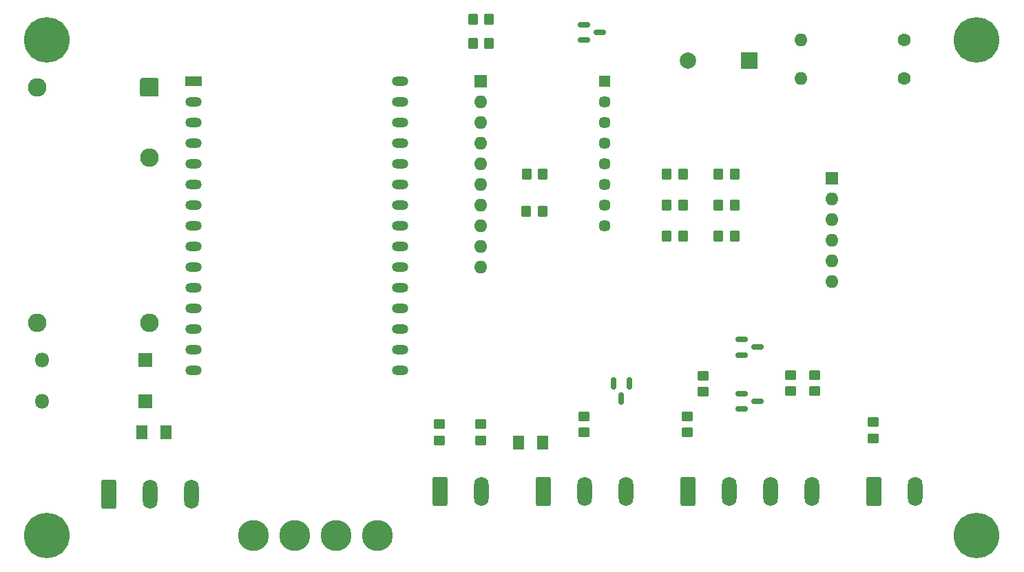
<source format=gbr>
%TF.GenerationSoftware,KiCad,Pcbnew,8.0.8+1*%
%TF.CreationDate,2025-02-28T13:11:42+11:00*%
%TF.ProjectId,mcomms,6d636f6d-6d73-42e6-9b69-6361645f7063,rev?*%
%TF.SameCoordinates,Original*%
%TF.FileFunction,Soldermask,Top*%
%TF.FilePolarity,Negative*%
%FSLAX46Y46*%
G04 Gerber Fmt 4.6, Leading zero omitted, Abs format (unit mm)*
G04 Created by KiCad (PCBNEW 8.0.8+1) date 2025-02-28 13:11:42*
%MOMM*%
%LPD*%
G01*
G04 APERTURE LIST*
G04 Aperture macros list*
%AMRoundRect*
0 Rectangle with rounded corners*
0 $1 Rounding radius*
0 $2 $3 $4 $5 $6 $7 $8 $9 X,Y pos of 4 corners*
0 Add a 4 corners polygon primitive as box body*
4,1,4,$2,$3,$4,$5,$6,$7,$8,$9,$2,$3,0*
0 Add four circle primitives for the rounded corners*
1,1,$1+$1,$2,$3*
1,1,$1+$1,$4,$5*
1,1,$1+$1,$6,$7*
1,1,$1+$1,$8,$9*
0 Add four rect primitives between the rounded corners*
20,1,$1+$1,$2,$3,$4,$5,0*
20,1,$1+$1,$4,$5,$6,$7,0*
20,1,$1+$1,$6,$7,$8,$9,0*
20,1,$1+$1,$8,$9,$2,$3,0*%
G04 Aperture macros list end*
%ADD10RoundRect,0.250000X0.350000X0.450000X-0.350000X0.450000X-0.350000X-0.450000X0.350000X-0.450000X0*%
%ADD11RoundRect,0.150000X-0.150000X0.587500X-0.150000X-0.587500X0.150000X-0.587500X0.150000X0.587500X0*%
%ADD12C,2.600000*%
%ADD13C,3.800000*%
%ADD14RoundRect,0.250000X-0.650000X-1.550000X0.650000X-1.550000X0.650000X1.550000X-0.650000X1.550000X0*%
%ADD15O,1.800000X3.600000*%
%ADD16RoundRect,0.250000X-0.350000X-0.450000X0.350000X-0.450000X0.350000X0.450000X-0.350000X0.450000X0*%
%ADD17C,1.600000*%
%ADD18O,1.600000X1.600000*%
%ADD19RoundRect,0.250000X-0.450000X0.350000X-0.450000X-0.350000X0.450000X-0.350000X0.450000X0.350000X0*%
%ADD20RoundRect,0.250000X0.893000X0.893000X-0.893000X0.893000X-0.893000X-0.893000X0.893000X-0.893000X0*%
%ADD21C,2.286000*%
%ADD22RoundRect,0.150000X-0.587500X-0.150000X0.587500X-0.150000X0.587500X0.150000X-0.587500X0.150000X0*%
%ADD23C,5.600000*%
%ADD24R,1.450000X1.450000*%
%ADD25C,1.450000*%
%ADD26RoundRect,0.250000X0.450000X-0.350000X0.450000X0.350000X-0.450000X0.350000X-0.450000X-0.350000X0*%
%ADD27R,2.000000X2.000000*%
%ADD28C,2.000000*%
%ADD29R,1.600000X1.600000*%
%ADD30RoundRect,0.250001X-0.462499X-0.624999X0.462499X-0.624999X0.462499X0.624999X-0.462499X0.624999X0*%
%ADD31R,1.800000X1.800000*%
%ADD32O,1.800000X1.800000*%
%ADD33R,2.000000X1.200000*%
%ADD34O,2.000000X1.200000*%
%ADD35RoundRect,0.250001X0.462499X0.624999X-0.462499X0.624999X-0.462499X-0.624999X0.462499X-0.624999X0*%
G04 APERTURE END LIST*
D10*
%TO.C,R14*%
X141700000Y-40640000D03*
X139700000Y-40640000D03*
%TD*%
D11*
%TO.C,Q4*%
X135062000Y-62562500D03*
X133162000Y-62562500D03*
X134112000Y-64437500D03*
%TD*%
D12*
%TO.C,H4*%
X104140000Y-81280000D03*
D13*
X104140000Y-81280000D03*
%TD*%
D12*
%TO.C,H3*%
X99060000Y-81280000D03*
D13*
X99060000Y-81280000D03*
%TD*%
D10*
%TO.C,R15*%
X141700000Y-44450000D03*
X139700000Y-44450000D03*
%TD*%
D14*
%TO.C,J3*%
X165155000Y-75807500D03*
D15*
X170235000Y-75807500D03*
%TD*%
D16*
%TO.C,R20*%
X115840000Y-20730000D03*
X117840000Y-20730000D03*
%TD*%
D17*
%TO.C,R2*%
X168910000Y-20320000D03*
D18*
X156210000Y-20320000D03*
%TD*%
D19*
%TO.C,R7*%
X165100000Y-67310000D03*
X165100000Y-69310000D03*
%TD*%
D20*
%TO.C,U2*%
X76115000Y-26140000D03*
D21*
X62315000Y-26140000D03*
X62315000Y-55140000D03*
X76115000Y-55140000D03*
X76098400Y-34798000D03*
%TD*%
D22*
%TO.C,Q2*%
X148922500Y-57150000D03*
X148922500Y-59050000D03*
X150797500Y-58100000D03*
%TD*%
D10*
%TO.C,R13*%
X141700000Y-36830000D03*
X139700000Y-36830000D03*
%TD*%
%TO.C,R12*%
X124460000Y-36830000D03*
X122460000Y-36830000D03*
%TD*%
D14*
%TO.C,J1*%
X71120000Y-76200000D03*
D15*
X76200000Y-76200000D03*
X81280000Y-76200000D03*
%TD*%
D23*
%TO.C,H5*%
X63500000Y-20320000D03*
%TD*%
D10*
%TO.C,R18*%
X148050000Y-44450000D03*
X146050000Y-44450000D03*
%TD*%
D24*
%TO.C,U4*%
X132080000Y-25400000D03*
D25*
X132080000Y-27940000D03*
X132080000Y-30480000D03*
X132080000Y-33020000D03*
X132080000Y-35560000D03*
X132080000Y-38100000D03*
X132080000Y-40640000D03*
X132080000Y-43180000D03*
%TD*%
D19*
%TO.C,R9*%
X111760000Y-67580000D03*
X111760000Y-69580000D03*
%TD*%
D16*
%TO.C,R19*%
X115840000Y-17780000D03*
X117840000Y-17780000D03*
%TD*%
%TO.C,R11*%
X122428000Y-41402000D03*
X124428000Y-41402000D03*
%TD*%
D26*
%TO.C,R10*%
X116840000Y-69580000D03*
X116840000Y-67580000D03*
%TD*%
D27*
%TO.C,BZ1*%
X149860000Y-22860000D03*
D28*
X142260000Y-22860000D03*
%TD*%
D26*
%TO.C,R4*%
X157890000Y-63500000D03*
X157890000Y-61500000D03*
%TD*%
D10*
%TO.C,R16*%
X148050000Y-36830000D03*
X146050000Y-36830000D03*
%TD*%
D29*
%TO.C,U3*%
X116840000Y-25400000D03*
D18*
X116840000Y-27940000D03*
X116840000Y-30480000D03*
X116840000Y-33020000D03*
X116840000Y-35560000D03*
X116840000Y-38100000D03*
X116840000Y-40640000D03*
X116840000Y-43180000D03*
X116840000Y-45720000D03*
X116840000Y-48260000D03*
%TD*%
D12*
%TO.C,H1*%
X88900000Y-81280000D03*
D13*
X88900000Y-81280000D03*
%TD*%
D22*
%TO.C,Q1*%
X129540000Y-18420000D03*
X129540000Y-20320000D03*
X131415000Y-19370000D03*
%TD*%
%TO.C,Q3*%
X148922500Y-63820000D03*
X148922500Y-65720000D03*
X150797500Y-64770000D03*
%TD*%
D29*
%TO.C,U5*%
X160020000Y-37338000D03*
D18*
X160020000Y-39878000D03*
X160020000Y-42418000D03*
X160020000Y-44958000D03*
X160020000Y-47498000D03*
X160020000Y-50038000D03*
%TD*%
D26*
%TO.C,R3*%
X154940000Y-63500000D03*
X154940000Y-61500000D03*
%TD*%
D30*
%TO.C,F2*%
X121485000Y-69850000D03*
X124460000Y-69850000D03*
%TD*%
D23*
%TO.C,H7*%
X177800000Y-20320000D03*
%TD*%
D14*
%TO.C,J4*%
X111815000Y-75807500D03*
D15*
X116895000Y-75807500D03*
%TD*%
D31*
%TO.C,D2*%
X75565000Y-59690000D03*
D32*
X62865000Y-59690000D03*
%TD*%
D26*
%TO.C,R5*%
X144145000Y-63595000D03*
X144145000Y-61595000D03*
%TD*%
D17*
%TO.C,R1*%
X168910000Y-25070000D03*
D18*
X156210000Y-25070000D03*
%TD*%
D19*
%TO.C,R8*%
X129540000Y-66580000D03*
X129540000Y-68580000D03*
%TD*%
D33*
%TO.C,U1*%
X81534000Y-25400000D03*
D34*
X81534000Y-27940000D03*
X81534000Y-30480000D03*
X81534000Y-33020000D03*
X81534000Y-35560000D03*
X81534000Y-38100000D03*
X81534000Y-40640000D03*
X81534000Y-43180000D03*
X81534000Y-45720000D03*
X81534000Y-48260000D03*
X81534000Y-50800000D03*
X81534000Y-53340000D03*
X81534000Y-55880000D03*
X81534000Y-58420000D03*
X81534000Y-60960000D03*
X106934000Y-60960000D03*
X106934000Y-58420000D03*
X106934000Y-55880000D03*
X106934000Y-53340000D03*
X106934000Y-50800000D03*
X106934000Y-48260000D03*
X106934000Y-45720000D03*
X106934000Y-43180000D03*
X106934000Y-40640000D03*
X106934000Y-38100000D03*
X106934000Y-35560000D03*
X106934000Y-33020000D03*
X106934000Y-30480000D03*
X106934000Y-27940000D03*
X106934000Y-25400000D03*
%TD*%
D14*
%TO.C,J5*%
X124515000Y-75807500D03*
D15*
X129595000Y-75807500D03*
X134675000Y-75807500D03*
%TD*%
D12*
%TO.C,H2*%
X93980000Y-81280000D03*
D13*
X93980000Y-81280000D03*
%TD*%
D19*
%TO.C,R6*%
X142240000Y-66580000D03*
X142240000Y-68580000D03*
%TD*%
D35*
%TO.C,F1*%
X78105000Y-68580000D03*
X75130000Y-68580000D03*
%TD*%
D23*
%TO.C,H6*%
X63500000Y-81280000D03*
%TD*%
D14*
%TO.C,J2*%
X142295000Y-75807500D03*
D15*
X147375000Y-75807500D03*
X152455000Y-75807500D03*
X157535000Y-75807500D03*
%TD*%
D10*
%TO.C,R17*%
X148050000Y-40640000D03*
X146050000Y-40640000D03*
%TD*%
D23*
%TO.C,H8*%
X177800000Y-81280000D03*
%TD*%
D31*
%TO.C,D1*%
X75565000Y-64770000D03*
D32*
X62865000Y-64770000D03*
%TD*%
M02*

</source>
